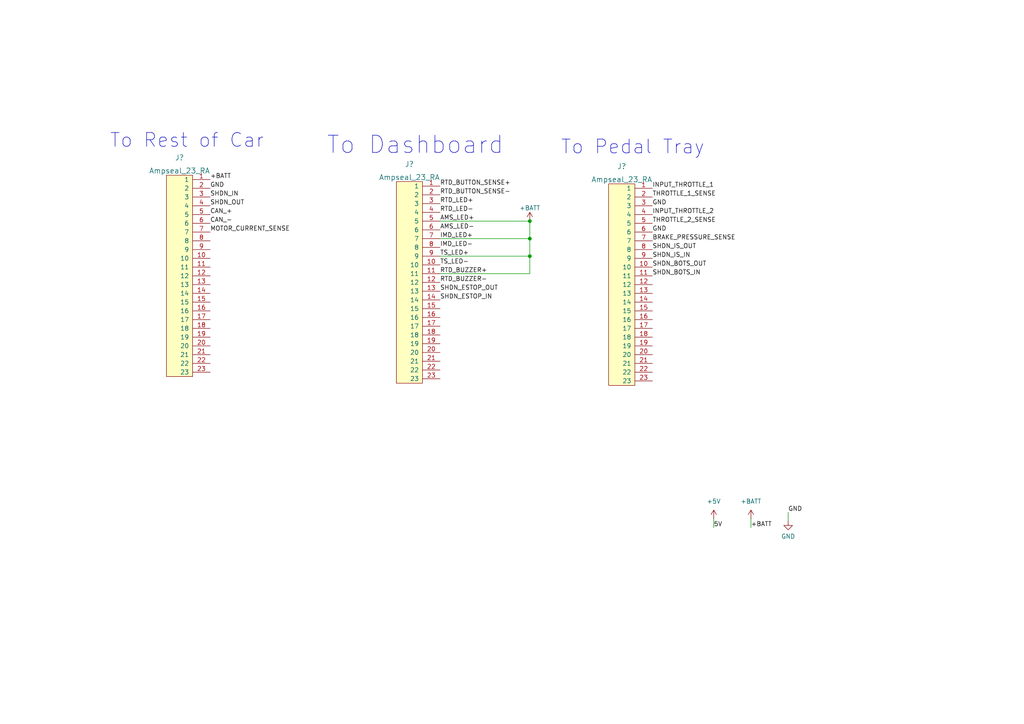
<source format=kicad_sch>
(kicad_sch (version 20211123) (generator eeschema)
  (paper "A4")
  (lib_symbols
    (symbol "formula:Ampseal_23_RA" (pin_names (offset 1.016))
      (property "Reference" "J" (at -6.35 30.48 0))
      (property "Value" "Ampseal_23_RA" (at -7.62 -30.48 0))
      (symbol "Ampseal_23_RA_0_1"
        (rectangle (start 0 29.21) (end -7.62 -29.21) (fill (type background)))
      )
      (symbol "Ampseal_23_RA_1_1"
        (pin passive line (at 5.08 27.94 180) (length 5.08) (name "1") (number "1"))
        (pin passive line (at 5.08 5.08 180) (length 5.08) (name "10") (number "10"))
        (pin passive line (at 5.08 2.54 180) (length 5.08) (name "11") (number "11"))
        (pin passive line (at 5.08 0 180) (length 5.08) (name "12") (number "12"))
        (pin passive line (at 5.08 -2.54 180) (length 5.08) (name "13") (number "13"))
        (pin passive line (at 5.08 -5.08 180) (length 5.08) (name "14") (number "14"))
        (pin passive line (at 5.08 -7.62 180) (length 5.08) (name "15") (number "15"))
        (pin passive line (at 5.08 -10.16 180) (length 5.08) (name "16") (number "16"))
        (pin passive line (at 5.08 -12.7 180) (length 5.08) (name "17") (number "17"))
        (pin passive line (at 5.08 -15.24 180) (length 5.08) (name "18") (number "18"))
        (pin passive line (at 5.08 -17.78 180) (length 5.08) (name "19") (number "19"))
        (pin passive line (at 5.08 25.4 180) (length 5.08) (name "2") (number "2"))
        (pin passive line (at 5.08 -20.32 180) (length 5.08) (name "20") (number "20"))
        (pin passive line (at 5.08 -22.86 180) (length 5.08) (name "21") (number "21"))
        (pin passive line (at 5.08 -25.4 180) (length 5.08) (name "22") (number "22"))
        (pin passive line (at 5.08 -27.94 180) (length 5.08) (name "23") (number "23"))
        (pin passive line (at 5.08 22.86 180) (length 5.08) (name "3") (number "3"))
        (pin passive line (at 5.08 20.32 180) (length 5.08) (name "4") (number "4"))
        (pin passive line (at 5.08 17.78 180) (length 5.08) (name "5") (number "5"))
        (pin passive line (at 5.08 15.24 180) (length 5.08) (name "6") (number "6"))
        (pin passive line (at 5.08 12.7 180) (length 5.08) (name "7") (number "7"))
        (pin passive line (at 5.08 10.16 180) (length 5.08) (name "8") (number "8"))
        (pin passive line (at 5.08 7.62 180) (length 5.08) (name "9") (number "9"))
      )
    )
    (symbol "power:+5V" (power) (pin_names (offset 0))
      (property "Value" "+5V" (at 0 3.556 0))
      (symbol "+5V_0_1"
        (polyline (pts (xy -0.762 1.27) (xy 0 2.54)))
        (polyline (pts (xy 0 0) (xy 0 2.54)))
        (polyline (pts (xy 0 2.54) (xy 0.762 1.27)))
      )
      (symbol "+5V_1_1"
        (pin power_in line (at 0 0 90) (length 0) hide (name "+5V") (number "1"))
      )
    )
    (symbol "power:+BATT" (power) (pin_names (offset 0))
      (property "Value" "+BATT" (at 0 3.556 0))
      (symbol "+BATT_0_1"
        (polyline (pts (xy -0.762 1.27) (xy 0 2.54)))
        (polyline (pts (xy 0 0) (xy 0 2.54)))
        (polyline (pts (xy 0 2.54) (xy 0.762 1.27)))
      )
      (symbol "+BATT_1_1"
        (pin power_in line (at 0 0 90) (length 0) hide (name "+BATT") (number "1"))
      )
    )
    (symbol "power:GND" (power) (pin_names (offset 0))
      (property "Value" "GND" (at 0 -3.81 0))
      (symbol "GND_0_1"
        (polyline (pts (xy 0 0) (xy 0 -1.27) (xy 1.27 -1.27) (xy 0 -2.54) (xy -1.27 -1.27) (xy 0 -1.27)))
      )
      (symbol "GND_1_1"
        (pin power_in line (at 0 0 270) (length 0) hide (name "GND") (number "1"))
      )
    )
  )
  (junction (at 153.67 69.215))
  (junction (at 153.67 64.135))
  (junction (at 153.67 74.295))
  (wire (pts (xy 127.635 69.215) (xy 153.67 69.215)))
  (wire (pts (xy 127.635 74.295) (xy 153.67 74.295)))
  (wire (pts (xy 153.67 79.375) (xy 153.67 74.295)))
  (wire (pts (xy 127.635 64.135) (xy 153.67 64.135)))
  (wire (pts (xy 217.805 150.495) (xy 217.805 153.035)))
  (wire (pts (xy 127.635 79.375) (xy 153.67 79.375)))
  (wire (pts (xy 153.67 69.215) (xy 153.67 74.295)))
  (wire (pts (xy 207.01 150.495) (xy 207.01 153.035)))
  (wire (pts (xy 228.6 148.59) (xy 228.6 151.13)))
  (wire (pts (xy 153.67 64.135) (xy 153.67 69.215)))
  (text "To Pedal Tray" (at 162.56 45.085 0) (effects (font (size 4 4)) (justify left bottom)))
  (text "To Rest of Car" (at 31.75 43.18 0) (effects (font (size 4 4)) (justify left bottom)))
  (text "To Dashboard" (at 94.615 45.085 0) (effects (font (size 5 5)) (justify left bottom)))
  (label "GND" (at 189.23 67.31 0))
  (label "AMS_LED+" (at 127.635 64.135 0))
  (label "RTD_BUTTON_SENSE+" (at 127.635 53.975 0))
  (label "5V" (at 207.01 153.035 0))
  (label "INPUT_THROTTLE_1" (at 189.23 54.61 0))
  (label "CAN_+" (at 60.96 62.23 0))
  (label "RTD_LED-" (at 127.635 61.595 0))
  (label "+BATT" (at 60.96 52.07 0))
  (label "GND" (at 60.96 54.61 0))
  (label "INPUT_THROTTLE_2" (at 189.23 62.23 0))
  (label "SHDN_ESTOP_OUT" (at 127.635 84.455 0))
  (label "SHDN_BOTS_IN" (at 189.23 80.01 0))
  (label "IMD_LED-" (at 127.635 71.755 0))
  (label "TS_LED-" (at 127.635 76.835 0))
  (label "SHDN_IN" (at 60.96 57.15 0))
  (label "SHDN_OUT" (at 60.96 59.69 0))
  (label "GND" (at 228.6 148.59 0))
  (label "RTD_BUZZER-" (at 127.635 81.915 0))
  (label "RTD_BUTTON_SENSE-" (at 127.635 56.515 0))
  (label "+BATT" (at 217.805 153.035 0))
  (label "SHDN_IS_OUT" (at 189.23 72.39 0))
  (label "SHDN_BOTS_OUT" (at 189.23 77.47 0))
  (label "IMD_LED+" (at 127.635 69.215 0))
  (label "AMS_LED-" (at 127.635 66.675 0))
  (label "RTD_LED+" (at 127.635 59.055 0))
  (label "RTD_BUZZER+" (at 127.635 79.375 0))
  (label "GND" (at 189.23 59.69 0))
  (label "TS_LED+" (at 127.635 74.295 0))
  (label "SHDN_ESTOP_IN" (at 127.635 86.995 0))
  (label "SHDN_IS_IN" (at 189.23 74.93 0))
  (label "MOTOR_CURRENT_SENSE" (at 60.96 67.31 0))
  (label "CAN_-" (at 60.96 64.77 0))
  (label "THROTTLE_2_SENSE" (at 189.23 64.77 0))
  (label "BRAKE_PRESSURE_SENSE" (at 189.23 69.85 0))
  (label "THROTTLE_1_SENSE" (at 189.23 57.15 0))
  (symbol (lib_id "power:GND") (at 228.6 151.13 0) (unit 1)
    (property "Reference" "#PWR?" (effects hide))
    (property "Value" "GND" (at 228.6 155.575 0))
  )
  (symbol (lib_id "formula:Ampseal_23_RA") (at 55.88 80.01 0) (unit 1)
    (property "Reference" "J?" (at 52.07 45.72 0) (effects (font (size 1.524 1.524))))
    (property "Value" "Ampseal_23_RA" (at 52.07 49.53 0) (effects (font (size 1.524 1.524))))
    (property "Datasheet" "http://www.te.com/commerce/DocumentDelivery/DDEController?Action=showdoc&DocId=Customer+Drawing%7F776087%7FE11%7Fpdf%7FEnglish%7FENG_CD_776087_E11.pdf%7F776087-1" (effects hide))
    (property "MFN" "TE" (effects hide))
    (property "MPN" "776087-1" (effects hide))
    (property "PurchasingLink" "http://www.te.com/usa-en/product-776087-1.html" (effects hide))
  )
  (symbol (lib_id "power:+5V") (at 207.01 150.495 0) (unit 1)
    (property "Reference" "#PWR?" (effects hide))
    (property "Value" "+5V" (at 207.01 145.415 0))
  )
  (symbol (lib_id "power:+BATT") (at 153.67 64.135 0) (unit 1)
    (property "Reference" "#PWR?" (effects hide))
    (property "Value" "+BATT" (at 153.67 60.325 0))
  )
  (symbol (lib_id "formula:Ampseal_23_RA") (at 184.15 82.55 0) (unit 1)
    (property "Reference" "J?" (at 180.34 48.26 0) (effects (font (size 1.524 1.524))))
    (property "Value" "Ampseal_23_RA" (at 180.34 52.07 0) (effects (font (size 1.524 1.524))))
    (property "Datasheet" "http://www.te.com/commerce/DocumentDelivery/DDEController?Action=showdoc&DocId=Customer+Drawing%7F776087%7FE11%7Fpdf%7FEnglish%7FENG_CD_776087_E11.pdf%7F776087-1" (effects hide))
    (property "MFN" "TE" (effects hide))
    (property "MPN" "776087-1" (effects hide))
    (property "PurchasingLink" "http://www.te.com/usa-en/product-776087-1.html" (effects hide))
  )
  (symbol (lib_id "power:+BATT") (at 217.805 150.495 0) (unit 1)
    (property "Reference" "#PWR?" (effects hide))
    (property "Value" "+BATT" (at 217.805 145.415 0))
  )
  (symbol (lib_id "formula:Ampseal_23_RA") (at 122.555 81.915 0) (unit 1)
    (property "Reference" "J?" (at 118.745 47.625 0) (effects (font (size 1.524 1.524))))
    (property "Value" "Ampseal_23_RA" (at 118.745 51.435 0) (effects (font (size 1.524 1.524))))
    (property "Datasheet" "http://www.te.com/commerce/DocumentDelivery/DDEController?Action=showdoc&DocId=Customer+Drawing%7F776087%7FE11%7Fpdf%7FEnglish%7FENG_CD_776087_E11.pdf%7F776087-1" (effects hide))
    (property "MFN" "TE" (effects hide))
    (property "MPN" "776087-1" (effects hide))
    (property "PurchasingLink" "http://www.te.com/usa-en/product-776087-1.html" (effects hide))
  )
)
</source>
